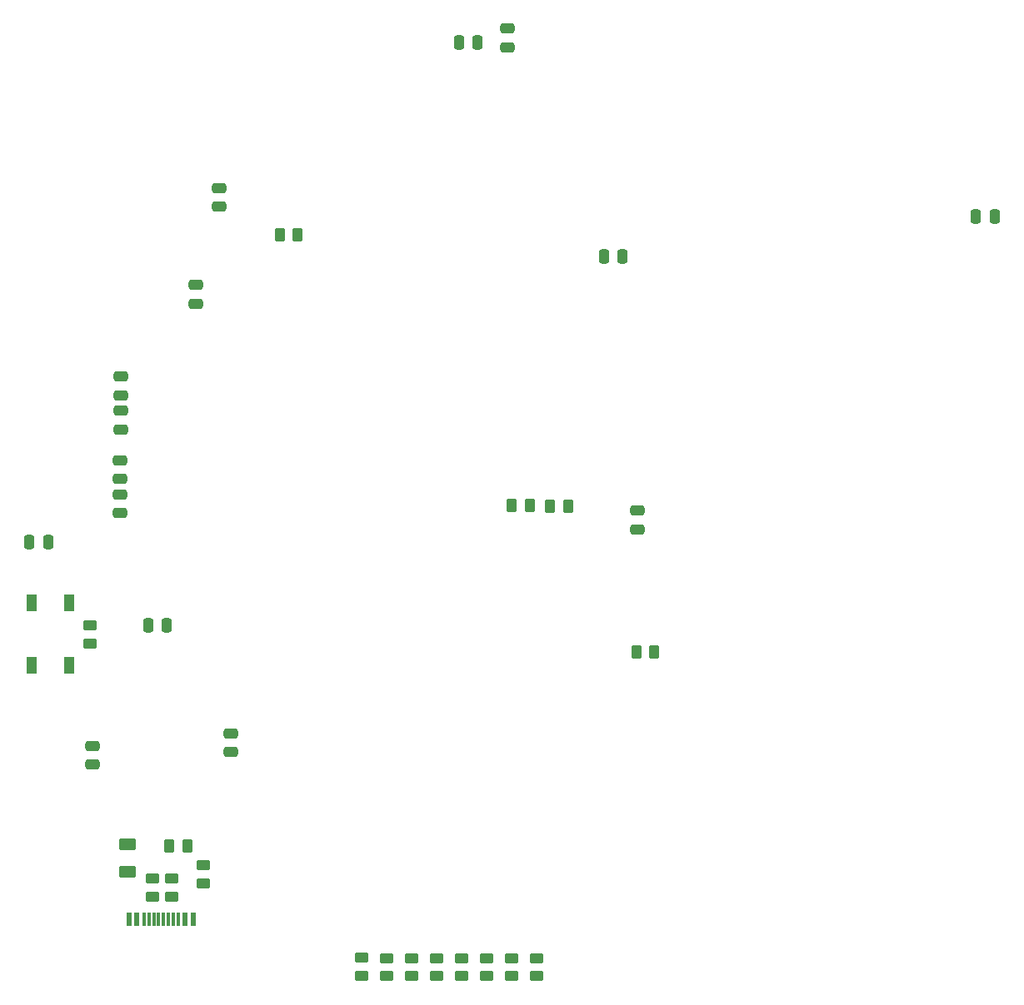
<source format=gbr>
%TF.GenerationSoftware,KiCad,Pcbnew,6.0.10-86aedd382b~118~ubuntu22.10.1*%
%TF.CreationDate,2023-07-03T20:36:26-07:00*%
%TF.ProjectId,6502v2,36353032-7632-42e6-9b69-6361645f7063,rev?*%
%TF.SameCoordinates,Original*%
%TF.FileFunction,Paste,Top*%
%TF.FilePolarity,Positive*%
%FSLAX46Y46*%
G04 Gerber Fmt 4.6, Leading zero omitted, Abs format (unit mm)*
G04 Created by KiCad (PCBNEW 6.0.10-86aedd382b~118~ubuntu22.10.1) date 2023-07-03 20:36:26*
%MOMM*%
%LPD*%
G01*
G04 APERTURE LIST*
G04 Aperture macros list*
%AMRoundRect*
0 Rectangle with rounded corners*
0 $1 Rounding radius*
0 $2 $3 $4 $5 $6 $7 $8 $9 X,Y pos of 4 corners*
0 Add a 4 corners polygon primitive as box body*
4,1,4,$2,$3,$4,$5,$6,$7,$8,$9,$2,$3,0*
0 Add four circle primitives for the rounded corners*
1,1,$1+$1,$2,$3*
1,1,$1+$1,$4,$5*
1,1,$1+$1,$6,$7*
1,1,$1+$1,$8,$9*
0 Add four rect primitives between the rounded corners*
20,1,$1+$1,$2,$3,$4,$5,0*
20,1,$1+$1,$4,$5,$6,$7,0*
20,1,$1+$1,$6,$7,$8,$9,0*
20,1,$1+$1,$8,$9,$2,$3,0*%
G04 Aperture macros list end*
%ADD10RoundRect,0.250000X0.450000X-0.262500X0.450000X0.262500X-0.450000X0.262500X-0.450000X-0.262500X0*%
%ADD11RoundRect,0.250000X0.250000X0.475000X-0.250000X0.475000X-0.250000X-0.475000X0.250000X-0.475000X0*%
%ADD12RoundRect,0.250000X0.475000X-0.250000X0.475000X0.250000X-0.475000X0.250000X-0.475000X-0.250000X0*%
%ADD13RoundRect,0.250000X-0.475000X0.250000X-0.475000X-0.250000X0.475000X-0.250000X0.475000X0.250000X0*%
%ADD14RoundRect,0.250000X-0.262500X-0.450000X0.262500X-0.450000X0.262500X0.450000X-0.262500X0.450000X0*%
%ADD15RoundRect,0.250000X-0.450000X0.262500X-0.450000X-0.262500X0.450000X-0.262500X0.450000X0.262500X0*%
%ADD16RoundRect,0.250000X0.262500X0.450000X-0.262500X0.450000X-0.262500X-0.450000X0.262500X-0.450000X0*%
%ADD17R,0.600000X1.450000*%
%ADD18R,0.300000X1.450000*%
%ADD19RoundRect,0.250000X0.625000X-0.375000X0.625000X0.375000X-0.625000X0.375000X-0.625000X-0.375000X0*%
%ADD20RoundRect,0.250000X-0.250000X-0.475000X0.250000X-0.475000X0.250000X0.475000X-0.250000X0.475000X0*%
%ADD21R,1.000000X1.700000*%
G04 APERTURE END LIST*
D10*
%TO.C,D14*%
X69450000Y-126262500D03*
X69450000Y-124437500D03*
%TD*%
D11*
%TO.C,C10*%
X47075000Y-90600000D03*
X45175000Y-90600000D03*
%TD*%
D10*
%TO.C,D16*%
X66850000Y-126250000D03*
X66850000Y-124425000D03*
%TD*%
%TO.C,D4*%
X82130000Y-126265000D03*
X82130000Y-124440000D03*
%TD*%
D12*
%TO.C,C8*%
X39525000Y-104750000D03*
X39525000Y-102850000D03*
%TD*%
D10*
%TO.C,D12*%
X71975000Y-126262500D03*
X71975000Y-124437500D03*
%TD*%
D13*
%TO.C,C14*%
X42300000Y-77300000D03*
X42300000Y-79200000D03*
%TD*%
D12*
%TO.C,C11*%
X42300000Y-75700000D03*
X42300000Y-73800000D03*
%TD*%
%TO.C,C15*%
X52400000Y-48050000D03*
X52400000Y-46150000D03*
%TD*%
D14*
%TO.C,R30*%
X86037500Y-78500000D03*
X87862500Y-78500000D03*
%TD*%
D13*
%TO.C,C13*%
X42400000Y-65300000D03*
X42400000Y-67200000D03*
%TD*%
D15*
%TO.C,R3*%
X50800000Y-115015000D03*
X50800000Y-116840000D03*
%TD*%
D10*
%TO.C,R31*%
X39300000Y-92425000D03*
X39300000Y-90600000D03*
%TD*%
D11*
%TO.C,C1*%
X78650000Y-31375000D03*
X76750000Y-31375000D03*
%TD*%
%TO.C,C6*%
X93400000Y-53125000D03*
X91500000Y-53125000D03*
%TD*%
D16*
%TO.C,D1*%
X49172500Y-113030000D03*
X47347500Y-113030000D03*
%TD*%
D10*
%TO.C,D2*%
X84650000Y-126262500D03*
X84650000Y-124437500D03*
%TD*%
D17*
%TO.C,USB1*%
X43275000Y-120455000D03*
X44050000Y-120455000D03*
D18*
X44750000Y-120455000D03*
X45250000Y-120455000D03*
X45750000Y-120455000D03*
X46250000Y-120455000D03*
X46750000Y-120455000D03*
X47250000Y-120455000D03*
X47750000Y-120455000D03*
X48250000Y-120455000D03*
D17*
X48950000Y-120455000D03*
X49725000Y-120455000D03*
%TD*%
D13*
%TO.C,C4*%
X94875000Y-78925000D03*
X94875000Y-80825000D03*
%TD*%
D19*
%TO.C,Fuse*%
X43100000Y-115700000D03*
X43100000Y-112900000D03*
%TD*%
D12*
%TO.C,C12*%
X42400000Y-70700000D03*
X42400000Y-68800000D03*
%TD*%
D14*
%TO.C,R32*%
X94800000Y-93300000D03*
X96625000Y-93300000D03*
%TD*%
D20*
%TO.C,C9*%
X129275000Y-49025000D03*
X131175000Y-49025000D03*
%TD*%
D10*
%TO.C,D8*%
X77040000Y-126265000D03*
X77040000Y-124440000D03*
%TD*%
D13*
%TO.C,C3*%
X81650000Y-29925000D03*
X81650000Y-31825000D03*
%TD*%
D20*
%TO.C,C2*%
X33100000Y-82150000D03*
X35000000Y-82150000D03*
%TD*%
D10*
%TO.C,R1*%
X45650000Y-118187500D03*
X45650000Y-116362500D03*
%TD*%
D13*
%TO.C,C7*%
X50000000Y-56000000D03*
X50000000Y-57900000D03*
%TD*%
D14*
%TO.C,R33*%
X58537500Y-50900000D03*
X60362500Y-50900000D03*
%TD*%
D12*
%TO.C,C5*%
X53550000Y-103475000D03*
X53550000Y-101575000D03*
%TD*%
D10*
%TO.C,D6*%
X79590000Y-126265000D03*
X79590000Y-124440000D03*
%TD*%
D14*
%TO.C,R29*%
X82125000Y-78450000D03*
X83950000Y-78450000D03*
%TD*%
D21*
%TO.C,Reset*%
X33350000Y-88350000D03*
X33350000Y-94650000D03*
X37150000Y-94650000D03*
X37150000Y-88350000D03*
%TD*%
D10*
%TO.C,R2*%
X47600000Y-118187500D03*
X47600000Y-116362500D03*
%TD*%
%TO.C,D10*%
X74510000Y-126265000D03*
X74510000Y-124440000D03*
%TD*%
M02*

</source>
